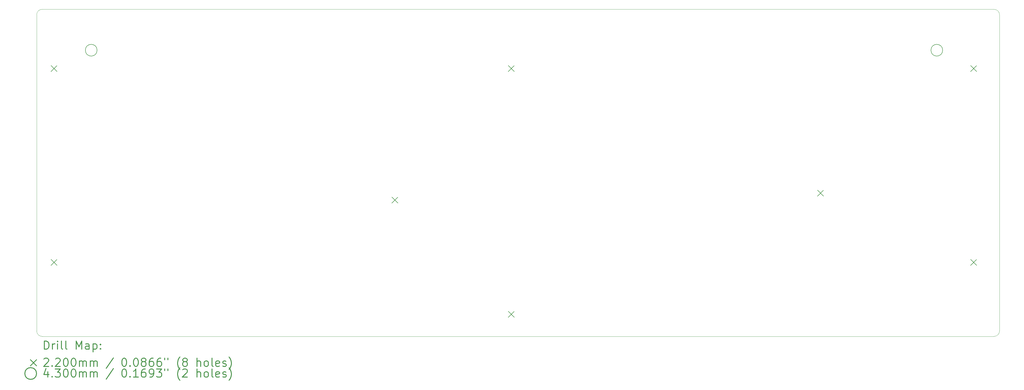
<source format=gbr>
%FSLAX45Y45*%
G04 Gerber Fmt 4.5, Leading zero omitted, Abs format (unit mm)*
G04 Created by KiCad (PCBNEW (5.1.12)-1) date 2021-12-08 00:55:53*
%MOMM*%
%LPD*%
G01*
G04 APERTURE LIST*
%TA.AperFunction,Profile*%
%ADD10C,0.099060*%
%TD*%
%ADD11C,0.200000*%
%ADD12C,0.300000*%
G04 APERTURE END LIST*
D10*
X5900000Y-15800000D02*
G75*
G03*
X6100000Y-16000000I200000J0D01*
G01*
X6100000Y-4000000D02*
G75*
G03*
X5900000Y-4200000I0J-200000D01*
G01*
X41200000Y-4200000D02*
G75*
G03*
X41000000Y-4000000I-200000J0D01*
G01*
X41000000Y-16000000D02*
G75*
G03*
X41200000Y-15800000I0J200000D01*
G01*
X41200000Y-4200000D02*
X41200000Y-15800000D01*
X6100000Y-16000000D02*
X41000000Y-16000000D01*
X5900000Y-4200000D02*
X5900000Y-15800000D01*
X6100000Y-4000000D02*
X41000000Y-4000000D01*
D11*
X6430500Y-6065500D02*
X6650500Y-6285500D01*
X6650500Y-6065500D02*
X6430500Y-6285500D01*
X6430500Y-13177500D02*
X6650500Y-13397500D01*
X6650500Y-13177500D02*
X6430500Y-13397500D01*
X18926500Y-10891500D02*
X19146500Y-11111500D01*
X19146500Y-10891500D02*
X18926500Y-11111500D01*
X23194500Y-6065500D02*
X23414500Y-6285500D01*
X23414500Y-6065500D02*
X23194500Y-6285500D01*
X23194500Y-15082500D02*
X23414500Y-15302500D01*
X23414500Y-15082500D02*
X23194500Y-15302500D01*
X34527500Y-10637500D02*
X34747500Y-10857500D01*
X34747500Y-10637500D02*
X34527500Y-10857500D01*
X40139500Y-6065500D02*
X40359500Y-6285500D01*
X40359500Y-6065500D02*
X40139500Y-6285500D01*
X40139500Y-13177500D02*
X40359500Y-13397500D01*
X40359500Y-13177500D02*
X40139500Y-13397500D01*
X8115000Y-5500000D02*
G75*
G03*
X8115000Y-5500000I-215000J0D01*
G01*
X39115000Y-5500000D02*
G75*
G03*
X39115000Y-5500000I-215000J0D01*
G01*
D12*
X6181475Y-16470667D02*
X6181475Y-16170667D01*
X6252904Y-16170667D01*
X6295761Y-16184953D01*
X6324333Y-16213524D01*
X6338618Y-16242096D01*
X6352904Y-16299239D01*
X6352904Y-16342096D01*
X6338618Y-16399239D01*
X6324333Y-16427810D01*
X6295761Y-16456382D01*
X6252904Y-16470667D01*
X6181475Y-16470667D01*
X6481475Y-16470667D02*
X6481475Y-16270667D01*
X6481475Y-16327810D02*
X6495761Y-16299239D01*
X6510047Y-16284953D01*
X6538618Y-16270667D01*
X6567190Y-16270667D01*
X6667190Y-16470667D02*
X6667190Y-16270667D01*
X6667190Y-16170667D02*
X6652904Y-16184953D01*
X6667190Y-16199239D01*
X6681475Y-16184953D01*
X6667190Y-16170667D01*
X6667190Y-16199239D01*
X6852904Y-16470667D02*
X6824333Y-16456382D01*
X6810047Y-16427810D01*
X6810047Y-16170667D01*
X7010047Y-16470667D02*
X6981475Y-16456382D01*
X6967190Y-16427810D01*
X6967190Y-16170667D01*
X7352904Y-16470667D02*
X7352904Y-16170667D01*
X7452904Y-16384953D01*
X7552904Y-16170667D01*
X7552904Y-16470667D01*
X7824333Y-16470667D02*
X7824333Y-16313524D01*
X7810047Y-16284953D01*
X7781475Y-16270667D01*
X7724333Y-16270667D01*
X7695761Y-16284953D01*
X7824333Y-16456382D02*
X7795761Y-16470667D01*
X7724333Y-16470667D01*
X7695761Y-16456382D01*
X7681475Y-16427810D01*
X7681475Y-16399239D01*
X7695761Y-16370667D01*
X7724333Y-16356382D01*
X7795761Y-16356382D01*
X7824333Y-16342096D01*
X7967190Y-16270667D02*
X7967190Y-16570667D01*
X7967190Y-16284953D02*
X7995761Y-16270667D01*
X8052904Y-16270667D01*
X8081475Y-16284953D01*
X8095761Y-16299239D01*
X8110047Y-16327810D01*
X8110047Y-16413524D01*
X8095761Y-16442096D01*
X8081475Y-16456382D01*
X8052904Y-16470667D01*
X7995761Y-16470667D01*
X7967190Y-16456382D01*
X8238618Y-16442096D02*
X8252904Y-16456382D01*
X8238618Y-16470667D01*
X8224333Y-16456382D01*
X8238618Y-16442096D01*
X8238618Y-16470667D01*
X8238618Y-16284953D02*
X8252904Y-16299239D01*
X8238618Y-16313524D01*
X8224333Y-16299239D01*
X8238618Y-16284953D01*
X8238618Y-16313524D01*
X5675047Y-16854953D02*
X5895047Y-17074953D01*
X5895047Y-16854953D02*
X5675047Y-17074953D01*
X6167190Y-16829239D02*
X6181475Y-16814953D01*
X6210047Y-16800667D01*
X6281475Y-16800667D01*
X6310047Y-16814953D01*
X6324333Y-16829239D01*
X6338618Y-16857810D01*
X6338618Y-16886382D01*
X6324333Y-16929239D01*
X6152904Y-17100667D01*
X6338618Y-17100667D01*
X6467190Y-17072096D02*
X6481475Y-17086382D01*
X6467190Y-17100667D01*
X6452904Y-17086382D01*
X6467190Y-17072096D01*
X6467190Y-17100667D01*
X6595761Y-16829239D02*
X6610047Y-16814953D01*
X6638618Y-16800667D01*
X6710047Y-16800667D01*
X6738618Y-16814953D01*
X6752904Y-16829239D01*
X6767190Y-16857810D01*
X6767190Y-16886382D01*
X6752904Y-16929239D01*
X6581475Y-17100667D01*
X6767190Y-17100667D01*
X6952904Y-16800667D02*
X6981475Y-16800667D01*
X7010047Y-16814953D01*
X7024333Y-16829239D01*
X7038618Y-16857810D01*
X7052904Y-16914953D01*
X7052904Y-16986382D01*
X7038618Y-17043525D01*
X7024333Y-17072096D01*
X7010047Y-17086382D01*
X6981475Y-17100667D01*
X6952904Y-17100667D01*
X6924333Y-17086382D01*
X6910047Y-17072096D01*
X6895761Y-17043525D01*
X6881475Y-16986382D01*
X6881475Y-16914953D01*
X6895761Y-16857810D01*
X6910047Y-16829239D01*
X6924333Y-16814953D01*
X6952904Y-16800667D01*
X7238618Y-16800667D02*
X7267190Y-16800667D01*
X7295761Y-16814953D01*
X7310047Y-16829239D01*
X7324333Y-16857810D01*
X7338618Y-16914953D01*
X7338618Y-16986382D01*
X7324333Y-17043525D01*
X7310047Y-17072096D01*
X7295761Y-17086382D01*
X7267190Y-17100667D01*
X7238618Y-17100667D01*
X7210047Y-17086382D01*
X7195761Y-17072096D01*
X7181475Y-17043525D01*
X7167190Y-16986382D01*
X7167190Y-16914953D01*
X7181475Y-16857810D01*
X7195761Y-16829239D01*
X7210047Y-16814953D01*
X7238618Y-16800667D01*
X7467190Y-17100667D02*
X7467190Y-16900667D01*
X7467190Y-16929239D02*
X7481475Y-16914953D01*
X7510047Y-16900667D01*
X7552904Y-16900667D01*
X7581475Y-16914953D01*
X7595761Y-16943525D01*
X7595761Y-17100667D01*
X7595761Y-16943525D02*
X7610047Y-16914953D01*
X7638618Y-16900667D01*
X7681475Y-16900667D01*
X7710047Y-16914953D01*
X7724333Y-16943525D01*
X7724333Y-17100667D01*
X7867190Y-17100667D02*
X7867190Y-16900667D01*
X7867190Y-16929239D02*
X7881475Y-16914953D01*
X7910047Y-16900667D01*
X7952904Y-16900667D01*
X7981475Y-16914953D01*
X7995761Y-16943525D01*
X7995761Y-17100667D01*
X7995761Y-16943525D02*
X8010047Y-16914953D01*
X8038618Y-16900667D01*
X8081475Y-16900667D01*
X8110047Y-16914953D01*
X8124333Y-16943525D01*
X8124333Y-17100667D01*
X8710047Y-16786382D02*
X8452904Y-17172096D01*
X9095761Y-16800667D02*
X9124333Y-16800667D01*
X9152904Y-16814953D01*
X9167190Y-16829239D01*
X9181475Y-16857810D01*
X9195761Y-16914953D01*
X9195761Y-16986382D01*
X9181475Y-17043525D01*
X9167190Y-17072096D01*
X9152904Y-17086382D01*
X9124333Y-17100667D01*
X9095761Y-17100667D01*
X9067190Y-17086382D01*
X9052904Y-17072096D01*
X9038618Y-17043525D01*
X9024333Y-16986382D01*
X9024333Y-16914953D01*
X9038618Y-16857810D01*
X9052904Y-16829239D01*
X9067190Y-16814953D01*
X9095761Y-16800667D01*
X9324333Y-17072096D02*
X9338618Y-17086382D01*
X9324333Y-17100667D01*
X9310047Y-17086382D01*
X9324333Y-17072096D01*
X9324333Y-17100667D01*
X9524333Y-16800667D02*
X9552904Y-16800667D01*
X9581475Y-16814953D01*
X9595761Y-16829239D01*
X9610047Y-16857810D01*
X9624333Y-16914953D01*
X9624333Y-16986382D01*
X9610047Y-17043525D01*
X9595761Y-17072096D01*
X9581475Y-17086382D01*
X9552904Y-17100667D01*
X9524333Y-17100667D01*
X9495761Y-17086382D01*
X9481475Y-17072096D01*
X9467190Y-17043525D01*
X9452904Y-16986382D01*
X9452904Y-16914953D01*
X9467190Y-16857810D01*
X9481475Y-16829239D01*
X9495761Y-16814953D01*
X9524333Y-16800667D01*
X9795761Y-16929239D02*
X9767190Y-16914953D01*
X9752904Y-16900667D01*
X9738618Y-16872096D01*
X9738618Y-16857810D01*
X9752904Y-16829239D01*
X9767190Y-16814953D01*
X9795761Y-16800667D01*
X9852904Y-16800667D01*
X9881475Y-16814953D01*
X9895761Y-16829239D01*
X9910047Y-16857810D01*
X9910047Y-16872096D01*
X9895761Y-16900667D01*
X9881475Y-16914953D01*
X9852904Y-16929239D01*
X9795761Y-16929239D01*
X9767190Y-16943525D01*
X9752904Y-16957810D01*
X9738618Y-16986382D01*
X9738618Y-17043525D01*
X9752904Y-17072096D01*
X9767190Y-17086382D01*
X9795761Y-17100667D01*
X9852904Y-17100667D01*
X9881475Y-17086382D01*
X9895761Y-17072096D01*
X9910047Y-17043525D01*
X9910047Y-16986382D01*
X9895761Y-16957810D01*
X9881475Y-16943525D01*
X9852904Y-16929239D01*
X10167190Y-16800667D02*
X10110047Y-16800667D01*
X10081475Y-16814953D01*
X10067190Y-16829239D01*
X10038618Y-16872096D01*
X10024333Y-16929239D01*
X10024333Y-17043525D01*
X10038618Y-17072096D01*
X10052904Y-17086382D01*
X10081475Y-17100667D01*
X10138618Y-17100667D01*
X10167190Y-17086382D01*
X10181475Y-17072096D01*
X10195761Y-17043525D01*
X10195761Y-16972096D01*
X10181475Y-16943525D01*
X10167190Y-16929239D01*
X10138618Y-16914953D01*
X10081475Y-16914953D01*
X10052904Y-16929239D01*
X10038618Y-16943525D01*
X10024333Y-16972096D01*
X10452904Y-16800667D02*
X10395761Y-16800667D01*
X10367190Y-16814953D01*
X10352904Y-16829239D01*
X10324333Y-16872096D01*
X10310047Y-16929239D01*
X10310047Y-17043525D01*
X10324333Y-17072096D01*
X10338618Y-17086382D01*
X10367190Y-17100667D01*
X10424333Y-17100667D01*
X10452904Y-17086382D01*
X10467190Y-17072096D01*
X10481475Y-17043525D01*
X10481475Y-16972096D01*
X10467190Y-16943525D01*
X10452904Y-16929239D01*
X10424333Y-16914953D01*
X10367190Y-16914953D01*
X10338618Y-16929239D01*
X10324333Y-16943525D01*
X10310047Y-16972096D01*
X10595761Y-16800667D02*
X10595761Y-16857810D01*
X10710047Y-16800667D02*
X10710047Y-16857810D01*
X11152904Y-17214953D02*
X11138618Y-17200667D01*
X11110047Y-17157810D01*
X11095761Y-17129239D01*
X11081475Y-17086382D01*
X11067190Y-17014953D01*
X11067190Y-16957810D01*
X11081475Y-16886382D01*
X11095761Y-16843525D01*
X11110047Y-16814953D01*
X11138618Y-16772096D01*
X11152904Y-16757810D01*
X11310047Y-16929239D02*
X11281475Y-16914953D01*
X11267190Y-16900667D01*
X11252904Y-16872096D01*
X11252904Y-16857810D01*
X11267190Y-16829239D01*
X11281475Y-16814953D01*
X11310047Y-16800667D01*
X11367190Y-16800667D01*
X11395761Y-16814953D01*
X11410047Y-16829239D01*
X11424333Y-16857810D01*
X11424333Y-16872096D01*
X11410047Y-16900667D01*
X11395761Y-16914953D01*
X11367190Y-16929239D01*
X11310047Y-16929239D01*
X11281475Y-16943525D01*
X11267190Y-16957810D01*
X11252904Y-16986382D01*
X11252904Y-17043525D01*
X11267190Y-17072096D01*
X11281475Y-17086382D01*
X11310047Y-17100667D01*
X11367190Y-17100667D01*
X11395761Y-17086382D01*
X11410047Y-17072096D01*
X11424333Y-17043525D01*
X11424333Y-16986382D01*
X11410047Y-16957810D01*
X11395761Y-16943525D01*
X11367190Y-16929239D01*
X11781475Y-17100667D02*
X11781475Y-16800667D01*
X11910047Y-17100667D02*
X11910047Y-16943525D01*
X11895761Y-16914953D01*
X11867190Y-16900667D01*
X11824333Y-16900667D01*
X11795761Y-16914953D01*
X11781475Y-16929239D01*
X12095761Y-17100667D02*
X12067190Y-17086382D01*
X12052904Y-17072096D01*
X12038618Y-17043525D01*
X12038618Y-16957810D01*
X12052904Y-16929239D01*
X12067190Y-16914953D01*
X12095761Y-16900667D01*
X12138618Y-16900667D01*
X12167190Y-16914953D01*
X12181475Y-16929239D01*
X12195761Y-16957810D01*
X12195761Y-17043525D01*
X12181475Y-17072096D01*
X12167190Y-17086382D01*
X12138618Y-17100667D01*
X12095761Y-17100667D01*
X12367190Y-17100667D02*
X12338618Y-17086382D01*
X12324333Y-17057810D01*
X12324333Y-16800667D01*
X12595761Y-17086382D02*
X12567190Y-17100667D01*
X12510047Y-17100667D01*
X12481475Y-17086382D01*
X12467190Y-17057810D01*
X12467190Y-16943525D01*
X12481475Y-16914953D01*
X12510047Y-16900667D01*
X12567190Y-16900667D01*
X12595761Y-16914953D01*
X12610047Y-16943525D01*
X12610047Y-16972096D01*
X12467190Y-17000667D01*
X12724333Y-17086382D02*
X12752904Y-17100667D01*
X12810047Y-17100667D01*
X12838618Y-17086382D01*
X12852904Y-17057810D01*
X12852904Y-17043525D01*
X12838618Y-17014953D01*
X12810047Y-17000667D01*
X12767190Y-17000667D01*
X12738618Y-16986382D01*
X12724333Y-16957810D01*
X12724333Y-16943525D01*
X12738618Y-16914953D01*
X12767190Y-16900667D01*
X12810047Y-16900667D01*
X12838618Y-16914953D01*
X12952904Y-17214953D02*
X12967190Y-17200667D01*
X12995761Y-17157810D01*
X13010047Y-17129239D01*
X13024333Y-17086382D01*
X13038618Y-17014953D01*
X13038618Y-16957810D01*
X13024333Y-16886382D01*
X13010047Y-16843525D01*
X12995761Y-16814953D01*
X12967190Y-16772096D01*
X12952904Y-16757810D01*
X5895047Y-17360953D02*
G75*
G03*
X5895047Y-17360953I-215000J0D01*
G01*
X6310047Y-17296667D02*
X6310047Y-17496667D01*
X6238618Y-17182382D02*
X6167190Y-17396667D01*
X6352904Y-17396667D01*
X6467190Y-17468096D02*
X6481475Y-17482382D01*
X6467190Y-17496667D01*
X6452904Y-17482382D01*
X6467190Y-17468096D01*
X6467190Y-17496667D01*
X6581475Y-17196667D02*
X6767190Y-17196667D01*
X6667190Y-17310953D01*
X6710047Y-17310953D01*
X6738618Y-17325239D01*
X6752904Y-17339525D01*
X6767190Y-17368096D01*
X6767190Y-17439525D01*
X6752904Y-17468096D01*
X6738618Y-17482382D01*
X6710047Y-17496667D01*
X6624333Y-17496667D01*
X6595761Y-17482382D01*
X6581475Y-17468096D01*
X6952904Y-17196667D02*
X6981475Y-17196667D01*
X7010047Y-17210953D01*
X7024333Y-17225239D01*
X7038618Y-17253810D01*
X7052904Y-17310953D01*
X7052904Y-17382382D01*
X7038618Y-17439525D01*
X7024333Y-17468096D01*
X7010047Y-17482382D01*
X6981475Y-17496667D01*
X6952904Y-17496667D01*
X6924333Y-17482382D01*
X6910047Y-17468096D01*
X6895761Y-17439525D01*
X6881475Y-17382382D01*
X6881475Y-17310953D01*
X6895761Y-17253810D01*
X6910047Y-17225239D01*
X6924333Y-17210953D01*
X6952904Y-17196667D01*
X7238618Y-17196667D02*
X7267190Y-17196667D01*
X7295761Y-17210953D01*
X7310047Y-17225239D01*
X7324333Y-17253810D01*
X7338618Y-17310953D01*
X7338618Y-17382382D01*
X7324333Y-17439525D01*
X7310047Y-17468096D01*
X7295761Y-17482382D01*
X7267190Y-17496667D01*
X7238618Y-17496667D01*
X7210047Y-17482382D01*
X7195761Y-17468096D01*
X7181475Y-17439525D01*
X7167190Y-17382382D01*
X7167190Y-17310953D01*
X7181475Y-17253810D01*
X7195761Y-17225239D01*
X7210047Y-17210953D01*
X7238618Y-17196667D01*
X7467190Y-17496667D02*
X7467190Y-17296667D01*
X7467190Y-17325239D02*
X7481475Y-17310953D01*
X7510047Y-17296667D01*
X7552904Y-17296667D01*
X7581475Y-17310953D01*
X7595761Y-17339525D01*
X7595761Y-17496667D01*
X7595761Y-17339525D02*
X7610047Y-17310953D01*
X7638618Y-17296667D01*
X7681475Y-17296667D01*
X7710047Y-17310953D01*
X7724333Y-17339525D01*
X7724333Y-17496667D01*
X7867190Y-17496667D02*
X7867190Y-17296667D01*
X7867190Y-17325239D02*
X7881475Y-17310953D01*
X7910047Y-17296667D01*
X7952904Y-17296667D01*
X7981475Y-17310953D01*
X7995761Y-17339525D01*
X7995761Y-17496667D01*
X7995761Y-17339525D02*
X8010047Y-17310953D01*
X8038618Y-17296667D01*
X8081475Y-17296667D01*
X8110047Y-17310953D01*
X8124333Y-17339525D01*
X8124333Y-17496667D01*
X8710047Y-17182382D02*
X8452904Y-17568096D01*
X9095761Y-17196667D02*
X9124333Y-17196667D01*
X9152904Y-17210953D01*
X9167190Y-17225239D01*
X9181475Y-17253810D01*
X9195761Y-17310953D01*
X9195761Y-17382382D01*
X9181475Y-17439525D01*
X9167190Y-17468096D01*
X9152904Y-17482382D01*
X9124333Y-17496667D01*
X9095761Y-17496667D01*
X9067190Y-17482382D01*
X9052904Y-17468096D01*
X9038618Y-17439525D01*
X9024333Y-17382382D01*
X9024333Y-17310953D01*
X9038618Y-17253810D01*
X9052904Y-17225239D01*
X9067190Y-17210953D01*
X9095761Y-17196667D01*
X9324333Y-17468096D02*
X9338618Y-17482382D01*
X9324333Y-17496667D01*
X9310047Y-17482382D01*
X9324333Y-17468096D01*
X9324333Y-17496667D01*
X9624333Y-17496667D02*
X9452904Y-17496667D01*
X9538618Y-17496667D02*
X9538618Y-17196667D01*
X9510047Y-17239525D01*
X9481475Y-17268096D01*
X9452904Y-17282382D01*
X9881475Y-17196667D02*
X9824333Y-17196667D01*
X9795761Y-17210953D01*
X9781475Y-17225239D01*
X9752904Y-17268096D01*
X9738618Y-17325239D01*
X9738618Y-17439525D01*
X9752904Y-17468096D01*
X9767190Y-17482382D01*
X9795761Y-17496667D01*
X9852904Y-17496667D01*
X9881475Y-17482382D01*
X9895761Y-17468096D01*
X9910047Y-17439525D01*
X9910047Y-17368096D01*
X9895761Y-17339525D01*
X9881475Y-17325239D01*
X9852904Y-17310953D01*
X9795761Y-17310953D01*
X9767190Y-17325239D01*
X9752904Y-17339525D01*
X9738618Y-17368096D01*
X10052904Y-17496667D02*
X10110047Y-17496667D01*
X10138618Y-17482382D01*
X10152904Y-17468096D01*
X10181475Y-17425239D01*
X10195761Y-17368096D01*
X10195761Y-17253810D01*
X10181475Y-17225239D01*
X10167190Y-17210953D01*
X10138618Y-17196667D01*
X10081475Y-17196667D01*
X10052904Y-17210953D01*
X10038618Y-17225239D01*
X10024333Y-17253810D01*
X10024333Y-17325239D01*
X10038618Y-17353810D01*
X10052904Y-17368096D01*
X10081475Y-17382382D01*
X10138618Y-17382382D01*
X10167190Y-17368096D01*
X10181475Y-17353810D01*
X10195761Y-17325239D01*
X10295761Y-17196667D02*
X10481475Y-17196667D01*
X10381475Y-17310953D01*
X10424333Y-17310953D01*
X10452904Y-17325239D01*
X10467190Y-17339525D01*
X10481475Y-17368096D01*
X10481475Y-17439525D01*
X10467190Y-17468096D01*
X10452904Y-17482382D01*
X10424333Y-17496667D01*
X10338618Y-17496667D01*
X10310047Y-17482382D01*
X10295761Y-17468096D01*
X10595761Y-17196667D02*
X10595761Y-17253810D01*
X10710047Y-17196667D02*
X10710047Y-17253810D01*
X11152904Y-17610953D02*
X11138618Y-17596667D01*
X11110047Y-17553810D01*
X11095761Y-17525239D01*
X11081475Y-17482382D01*
X11067190Y-17410953D01*
X11067190Y-17353810D01*
X11081475Y-17282382D01*
X11095761Y-17239525D01*
X11110047Y-17210953D01*
X11138618Y-17168096D01*
X11152904Y-17153810D01*
X11252904Y-17225239D02*
X11267190Y-17210953D01*
X11295761Y-17196667D01*
X11367190Y-17196667D01*
X11395761Y-17210953D01*
X11410047Y-17225239D01*
X11424333Y-17253810D01*
X11424333Y-17282382D01*
X11410047Y-17325239D01*
X11238618Y-17496667D01*
X11424333Y-17496667D01*
X11781475Y-17496667D02*
X11781475Y-17196667D01*
X11910047Y-17496667D02*
X11910047Y-17339525D01*
X11895761Y-17310953D01*
X11867190Y-17296667D01*
X11824333Y-17296667D01*
X11795761Y-17310953D01*
X11781475Y-17325239D01*
X12095761Y-17496667D02*
X12067190Y-17482382D01*
X12052904Y-17468096D01*
X12038618Y-17439525D01*
X12038618Y-17353810D01*
X12052904Y-17325239D01*
X12067190Y-17310953D01*
X12095761Y-17296667D01*
X12138618Y-17296667D01*
X12167190Y-17310953D01*
X12181475Y-17325239D01*
X12195761Y-17353810D01*
X12195761Y-17439525D01*
X12181475Y-17468096D01*
X12167190Y-17482382D01*
X12138618Y-17496667D01*
X12095761Y-17496667D01*
X12367190Y-17496667D02*
X12338618Y-17482382D01*
X12324333Y-17453810D01*
X12324333Y-17196667D01*
X12595761Y-17482382D02*
X12567190Y-17496667D01*
X12510047Y-17496667D01*
X12481475Y-17482382D01*
X12467190Y-17453810D01*
X12467190Y-17339525D01*
X12481475Y-17310953D01*
X12510047Y-17296667D01*
X12567190Y-17296667D01*
X12595761Y-17310953D01*
X12610047Y-17339525D01*
X12610047Y-17368096D01*
X12467190Y-17396667D01*
X12724333Y-17482382D02*
X12752904Y-17496667D01*
X12810047Y-17496667D01*
X12838618Y-17482382D01*
X12852904Y-17453810D01*
X12852904Y-17439525D01*
X12838618Y-17410953D01*
X12810047Y-17396667D01*
X12767190Y-17396667D01*
X12738618Y-17382382D01*
X12724333Y-17353810D01*
X12724333Y-17339525D01*
X12738618Y-17310953D01*
X12767190Y-17296667D01*
X12810047Y-17296667D01*
X12838618Y-17310953D01*
X12952904Y-17610953D02*
X12967190Y-17596667D01*
X12995761Y-17553810D01*
X13010047Y-17525239D01*
X13024333Y-17482382D01*
X13038618Y-17410953D01*
X13038618Y-17353810D01*
X13024333Y-17282382D01*
X13010047Y-17239525D01*
X12995761Y-17210953D01*
X12967190Y-17168096D01*
X12952904Y-17153810D01*
M02*

</source>
